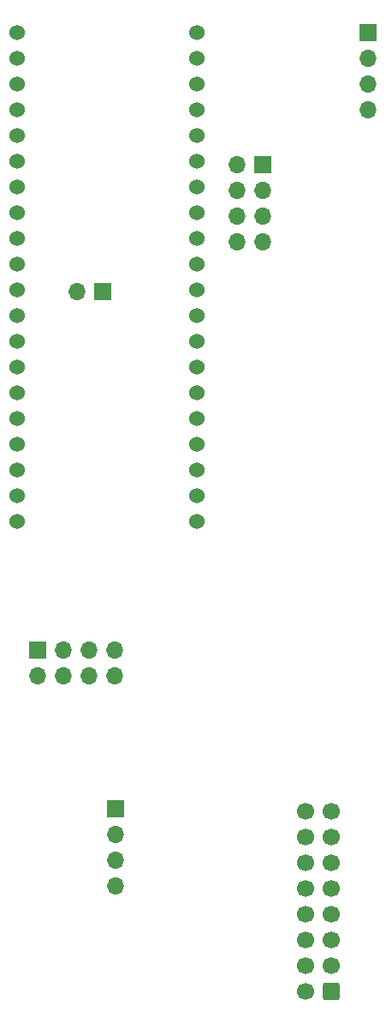
<source format=gbr>
%TF.GenerationSoftware,KiCad,Pcbnew,7.0.2-0*%
%TF.CreationDate,2023-05-29T21:13:20+02:00*%
%TF.ProjectId,dac-board,6461632d-626f-4617-9264-2e6b69636164,rev?*%
%TF.SameCoordinates,Original*%
%TF.FileFunction,Soldermask,Bot*%
%TF.FilePolarity,Negative*%
%FSLAX46Y46*%
G04 Gerber Fmt 4.6, Leading zero omitted, Abs format (unit mm)*
G04 Created by KiCad (PCBNEW 7.0.2-0) date 2023-05-29 21:13:20*
%MOMM*%
%LPD*%
G01*
G04 APERTURE LIST*
G04 Aperture macros list*
%AMRoundRect*
0 Rectangle with rounded corners*
0 $1 Rounding radius*
0 $2 $3 $4 $5 $6 $7 $8 $9 X,Y pos of 4 corners*
0 Add a 4 corners polygon primitive as box body*
4,1,4,$2,$3,$4,$5,$6,$7,$8,$9,$2,$3,0*
0 Add four circle primitives for the rounded corners*
1,1,$1+$1,$2,$3*
1,1,$1+$1,$4,$5*
1,1,$1+$1,$6,$7*
1,1,$1+$1,$8,$9*
0 Add four rect primitives between the rounded corners*
20,1,$1+$1,$2,$3,$4,$5,0*
20,1,$1+$1,$4,$5,$6,$7,0*
20,1,$1+$1,$6,$7,$8,$9,0*
20,1,$1+$1,$8,$9,$2,$3,0*%
G04 Aperture macros list end*
%ADD10R,1.700000X1.700000*%
%ADD11O,1.700000X1.700000*%
%ADD12C,1.524000*%
%ADD13RoundRect,0.250000X0.600000X0.600000X-0.600000X0.600000X-0.600000X-0.600000X0.600000X-0.600000X0*%
%ADD14C,1.700000*%
G04 APERTURE END LIST*
D10*
%TO.C,J6*%
X128688981Y-129286000D03*
D11*
X128688981Y-131826000D03*
X128688981Y-134366000D03*
X128688981Y-136906000D03*
%TD*%
D12*
%TO.C,RPI1*%
X118925000Y-52665000D03*
X118925000Y-55205000D03*
X118925000Y-57745000D03*
X118925000Y-60285000D03*
X118925000Y-62825000D03*
X118925000Y-65365000D03*
X118925000Y-67905000D03*
X118925000Y-70445000D03*
X118925000Y-72985000D03*
X118925000Y-75525000D03*
X118925000Y-78065000D03*
X118925000Y-80605000D03*
X118925000Y-83145000D03*
X118925000Y-85685000D03*
X118925000Y-88225000D03*
X118925000Y-90765000D03*
X118925000Y-93305000D03*
X118925000Y-95845000D03*
X118925000Y-98385000D03*
X118925000Y-100925000D03*
X136705000Y-100925000D03*
X136705000Y-98385000D03*
X136705000Y-95845000D03*
X136705000Y-93305000D03*
X136705000Y-90765000D03*
X136705000Y-88225000D03*
X136705000Y-85685000D03*
X136705000Y-83145000D03*
X136705000Y-80605000D03*
X136705000Y-78065000D03*
X136705000Y-75525000D03*
X136705000Y-72985000D03*
X136705000Y-70445000D03*
X136705000Y-67905000D03*
X136705000Y-65365000D03*
X136705000Y-62825000D03*
X136705000Y-60285000D03*
X136705000Y-57745000D03*
X136705000Y-55205000D03*
X136705000Y-52665000D03*
%TD*%
D13*
%TO.C,J1*%
X149987000Y-147320000D03*
D14*
X147447000Y-147320000D03*
X149987000Y-144780000D03*
X147447000Y-144780000D03*
X149987000Y-142240000D03*
X147447000Y-142240000D03*
X149987000Y-139700000D03*
X147447000Y-139700000D03*
X149987000Y-137160000D03*
X147447000Y-137160000D03*
X149987000Y-134620000D03*
X147447000Y-134620000D03*
X149987000Y-132080000D03*
X147447000Y-132080000D03*
X149987000Y-129540000D03*
X147447000Y-129540000D03*
%TD*%
D10*
%TO.C,J4*%
X153670000Y-52705000D03*
D11*
X153670000Y-55245000D03*
X153670000Y-57785000D03*
X153670000Y-60325000D03*
%TD*%
D10*
%TO.C,J3*%
X121015000Y-113625000D03*
D11*
X121015000Y-116165000D03*
X123555000Y-113625000D03*
X123555000Y-116165000D03*
X126095000Y-113625000D03*
X126095000Y-116165000D03*
X128635000Y-113625000D03*
X128635000Y-116165000D03*
%TD*%
D10*
%TO.C,J2*%
X143235000Y-65725000D03*
D11*
X140695000Y-65725000D03*
X143235000Y-68265000D03*
X140695000Y-68265000D03*
X143235000Y-70805000D03*
X140695000Y-70805000D03*
X143235000Y-73345000D03*
X140695000Y-73345000D03*
%TD*%
D10*
%TO.C,J5*%
X127381000Y-78232000D03*
D11*
X124841000Y-78232000D03*
%TD*%
M02*

</source>
